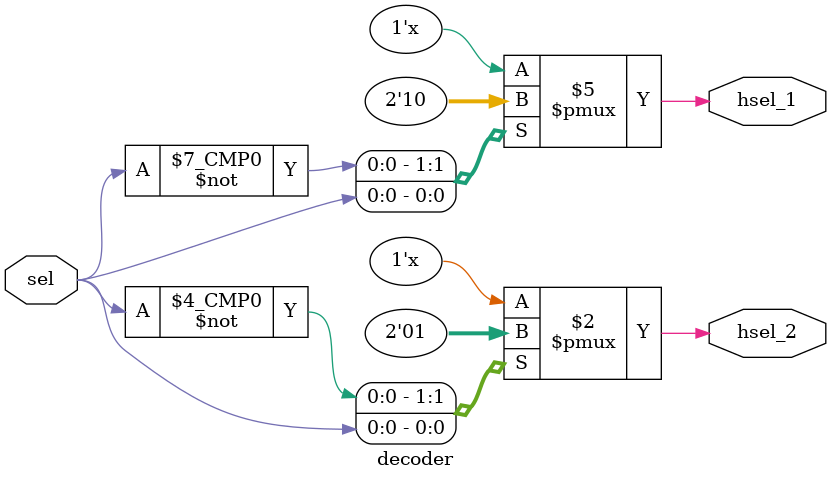
<source format=v>

module decoder(
  input  sel,
  output reg hsel_1,
  output reg hsel_2
);

wire hsel_temp;

always @(*) begin
  case(sel)
    1'b0: begin
      hsel_1 = 1'b1;
      hsel_2 = 1'b0;
    end
    1'b1: begin
      hsel_1 = 1'b0;
      hsel_2 = 1'b1;
    end
  endcase
end


endmodule


</source>
